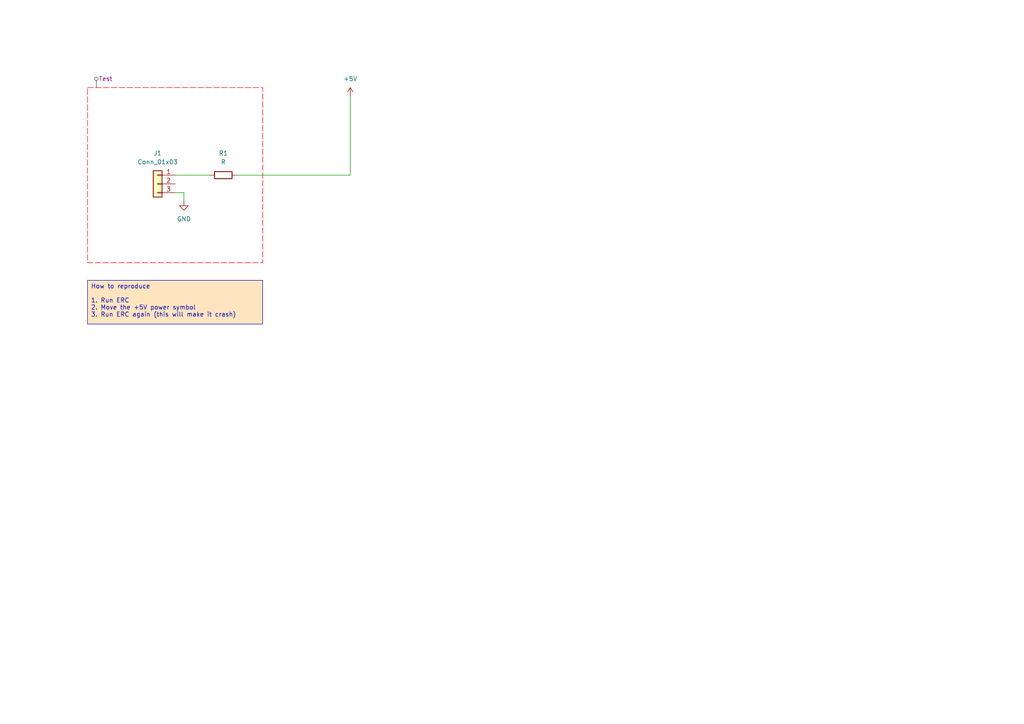
<source format=kicad_sch>
(kicad_sch (version 20250114) (generator "eeschema") (generator_version "9.0")
  (paper "A4")
  (lib_symbols
    (symbol "Connector_Generic:Conn_01x03" (pin_names (offset 1.016) (hide yes))
      (property "Reference" "J" (at 0 5.08 0))
      (property "Value" "Conn_01x03" (at 0 -5.08 0))
      (symbol "Conn_01x03_1_1"
        (rectangle (start -1.27 3.81) (end 1.27 -3.81) (stroke (width 0.254)) (fill (type background)))
        (rectangle (start -1.27 2.667) (end 0 2.413) (stroke (width 0.1524)))
        (rectangle (start -1.27 0.127) (end 0 -0.127) (stroke (width 0.1524)))
        (rectangle (start -1.27 -2.413) (end 0 -2.667) (stroke (width 0.1524)))
        (pin passive line (at -5.08 2.54 0) (length 3.81) (name "Pin_1") (number "1"))
        (pin passive line (at -5.08 0 0) (length 3.81) (name "Pin_2") (number "2"))
        (pin passive line (at -5.08 -2.54 0) (length 3.81) (name "Pin_3") (number "3"))
      )
    )
    (symbol "Device:R" (pin_numbers (hide yes)) (pin_names (offset 0))
      (property "Reference" "R" (at 2.032 0 90))
      (property "Value" "R" (at 0 0 90))
      (symbol "R_0_1"
        (rectangle (start -1.016 -2.54) (end 1.016 2.54) (stroke (width 0.254)))
      )
      (symbol "R_1_1"
        (pin passive line (at 0 3.81 270) (length 1.27) (name "~") (number "1"))
        (pin passive line (at 0 -3.81 90) (length 1.27) (name "~") (number "2"))
      )
    )
    (symbol "power:+5V" (power) (pin_numbers (hide yes)) (pin_names (offset 0) (hide yes))
      (property "Value" "+5V" (at 0 3.556 0))
      (symbol "+5V_0_1"
        (polyline (pts (xy -0.762 1.27) (xy 0 2.54)))
        (polyline (pts (xy 0 2.54) (xy 0.762 1.27)))
        (polyline (pts (xy 0 0) (xy 0 2.54)))
      )
      (symbol "+5V_1_1"
        (pin power_in line (at 0 0 90) (length 0) (name "~") (number "1"))
      )
    )
    (symbol "power:GND" (power) (pin_numbers (hide yes)) (pin_names (offset 0) (hide yes))
      (property "Value" "GND" (at 0 -3.81 0))
      (symbol "GND_0_1"
        (polyline (pts (xy 0 0) (xy 0 -1.27) (xy 1.27 -1.27) (xy 0 -2.54) (xy -1.27 -1.27) (xy 0 -1.27)))
      )
      (symbol "GND_1_1"
        (pin power_in line (at 0 0 270) (length 0) (name "~") (number "1"))
      )
    )
  )
  (text_box "How to reproduce\n\n1. Run ERC\n2. Move the +5V power symbol\n3. Run ERC again (this will make it crash)" (at 25.4 81.28 0) (size 50.8 12.7) (margins 0.9525 0.9525 0.9525 0.9525) (fill (type color) (color 255 229 191 1)) (effects (font (size 1.27 1.27)) (justify left top)))
  (wire (pts (xy 50.8 55.88) (xy 53.34 55.88)))
  (wire (pts (xy 101.6 50.8) (xy 101.6 27.94)))
  (wire (pts (xy 50.8 50.8) (xy 60.96 50.8)))
  (wire (pts (xy 68.58 50.8) (xy 101.6 50.8)))
  (wire (pts (xy 53.34 55.88) (xy 53.34 58.42)))
  (rule_area (polyline (pts (xy 25.4 25.4) (xy 76.2 25.4) (xy 76.2 76.2) (xy 25.4 76.2)) (stroke (width 0) (type dash))))
  (netclass_flag "" (length 2.54) (shape round) (at 27.94 25.4 0) (property "Netclass" "Test" (at 28.6385 22.86 0) (effects (justify left))))
  (symbol (lib_id "power:+5V") (at 101.6 27.94 0) (unit 1)
    (property "Reference" "#PWR01" (effects (hide yes)))
    (property "Value" "+5V" (at 101.6 22.86 0))
    (property "Description" "Power symbol creates a global label with name \"+5V\"" (effects (hide yes)))
  )
  (symbol (lib_id "Connector_Generic:Conn_01x03") (at 45.72 53.34 0) (mirror y) (unit 1)
    (property "Reference" "J1" (at 45.72 44.45 0))
    (property "Value" "Conn_01x03" (at 45.72 46.99 0))
    (property "Description" "Generic connector, single row, 01x03, script generated (kicad-library-utils/schlib/autogen/connector/)" (effects (hide yes)))
  )
  (symbol (lib_id "Device:R") (at 64.77 50.8 90) (unit 1)
    (property "Reference" "R1" (at 64.77 44.45 90))
    (property "Value" "R" (at 64.77 46.99 90))
    (property "Description" "Resistor" (effects (hide yes)))
  )
  (symbol (lib_id "power:GND") (at 53.34 58.42 0) (unit 1)
    (property "Reference" "#PWR02" (effects (hide yes)))
    (property "Value" "GND" (at 53.34 63.5 0))
    (property "Description" "Power symbol creates a global label with name \"GND\" , ground" (effects (hide yes)))
  )
)
</source>
